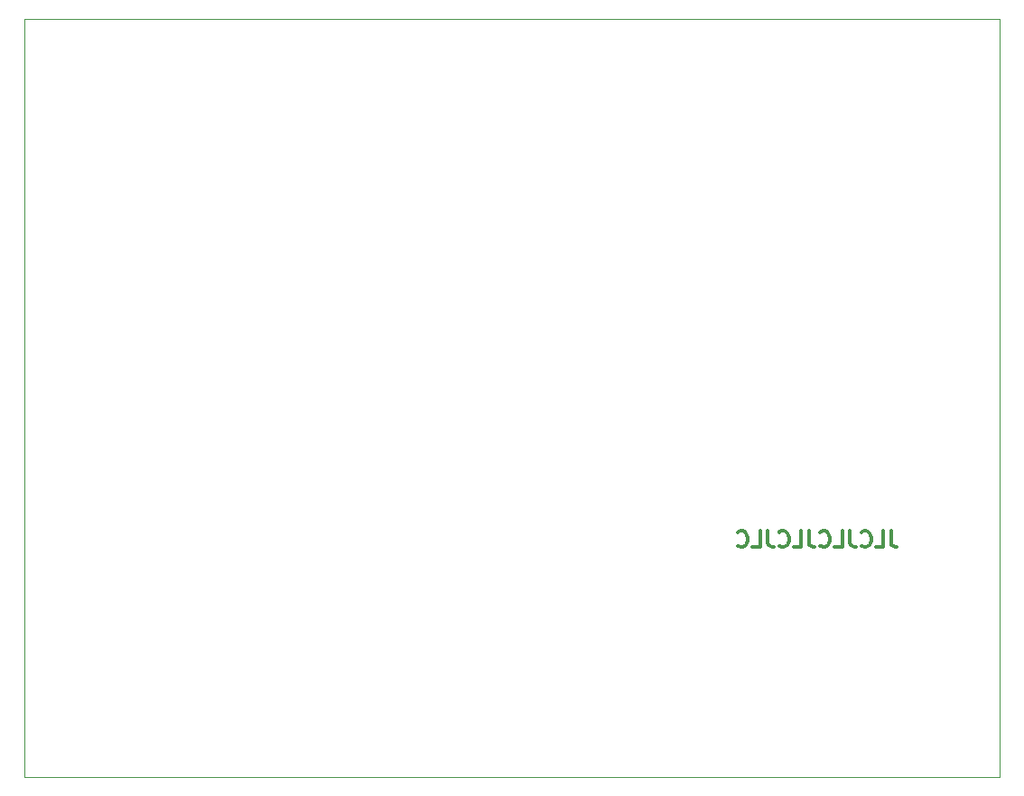
<source format=gbr>
G04 #@! TF.GenerationSoftware,KiCad,Pcbnew,(5.1.5)-3*
G04 #@! TF.CreationDate,2020-04-01T15:23:21+02:00*
G04 #@! TF.ProjectId,hbruecke,68627275-6563-46b6-952e-6b696361645f,rev?*
G04 #@! TF.SameCoordinates,Original*
G04 #@! TF.FileFunction,Legend,Bot*
G04 #@! TF.FilePolarity,Positive*
%FSLAX46Y46*%
G04 Gerber Fmt 4.6, Leading zero omitted, Abs format (unit mm)*
G04 Created by KiCad (PCBNEW (5.1.5)-3) date 2020-04-01 15:23:21*
%MOMM*%
%LPD*%
G04 APERTURE LIST*
%ADD10C,0.050000*%
%ADD11C,0.300000*%
G04 APERTURE END LIST*
D10*
X154940000Y-77470000D02*
X63500000Y-77470000D01*
X154940000Y-148590000D02*
X154940000Y-77470000D01*
X63500000Y-148590000D02*
X154940000Y-148590000D01*
X63500000Y-77470000D02*
X63500000Y-148590000D01*
D11*
X144723571Y-125543571D02*
X144723571Y-126615000D01*
X144795000Y-126829285D01*
X144937857Y-126972142D01*
X145152142Y-127043571D01*
X145295000Y-127043571D01*
X143295000Y-127043571D02*
X144009285Y-127043571D01*
X144009285Y-125543571D01*
X141937857Y-126900714D02*
X142009285Y-126972142D01*
X142223571Y-127043571D01*
X142366428Y-127043571D01*
X142580714Y-126972142D01*
X142723571Y-126829285D01*
X142795000Y-126686428D01*
X142866428Y-126400714D01*
X142866428Y-126186428D01*
X142795000Y-125900714D01*
X142723571Y-125757857D01*
X142580714Y-125615000D01*
X142366428Y-125543571D01*
X142223571Y-125543571D01*
X142009285Y-125615000D01*
X141937857Y-125686428D01*
X140866428Y-125543571D02*
X140866428Y-126615000D01*
X140937857Y-126829285D01*
X141080714Y-126972142D01*
X141295000Y-127043571D01*
X141437857Y-127043571D01*
X139437857Y-127043571D02*
X140152142Y-127043571D01*
X140152142Y-125543571D01*
X138080714Y-126900714D02*
X138152142Y-126972142D01*
X138366428Y-127043571D01*
X138509285Y-127043571D01*
X138723571Y-126972142D01*
X138866428Y-126829285D01*
X138937857Y-126686428D01*
X139009285Y-126400714D01*
X139009285Y-126186428D01*
X138937857Y-125900714D01*
X138866428Y-125757857D01*
X138723571Y-125615000D01*
X138509285Y-125543571D01*
X138366428Y-125543571D01*
X138152142Y-125615000D01*
X138080714Y-125686428D01*
X137009285Y-125543571D02*
X137009285Y-126615000D01*
X137080714Y-126829285D01*
X137223571Y-126972142D01*
X137437857Y-127043571D01*
X137580714Y-127043571D01*
X135580714Y-127043571D02*
X136295000Y-127043571D01*
X136295000Y-125543571D01*
X134223571Y-126900714D02*
X134295000Y-126972142D01*
X134509285Y-127043571D01*
X134652142Y-127043571D01*
X134866428Y-126972142D01*
X135009285Y-126829285D01*
X135080714Y-126686428D01*
X135152142Y-126400714D01*
X135152142Y-126186428D01*
X135080714Y-125900714D01*
X135009285Y-125757857D01*
X134866428Y-125615000D01*
X134652142Y-125543571D01*
X134509285Y-125543571D01*
X134295000Y-125615000D01*
X134223571Y-125686428D01*
X133152142Y-125543571D02*
X133152142Y-126615000D01*
X133223571Y-126829285D01*
X133366428Y-126972142D01*
X133580714Y-127043571D01*
X133723571Y-127043571D01*
X131723571Y-127043571D02*
X132437857Y-127043571D01*
X132437857Y-125543571D01*
X130366428Y-126900714D02*
X130437857Y-126972142D01*
X130652142Y-127043571D01*
X130795000Y-127043571D01*
X131009285Y-126972142D01*
X131152142Y-126829285D01*
X131223571Y-126686428D01*
X131295000Y-126400714D01*
X131295000Y-126186428D01*
X131223571Y-125900714D01*
X131152142Y-125757857D01*
X131009285Y-125615000D01*
X130795000Y-125543571D01*
X130652142Y-125543571D01*
X130437857Y-125615000D01*
X130366428Y-125686428D01*
M02*

</source>
